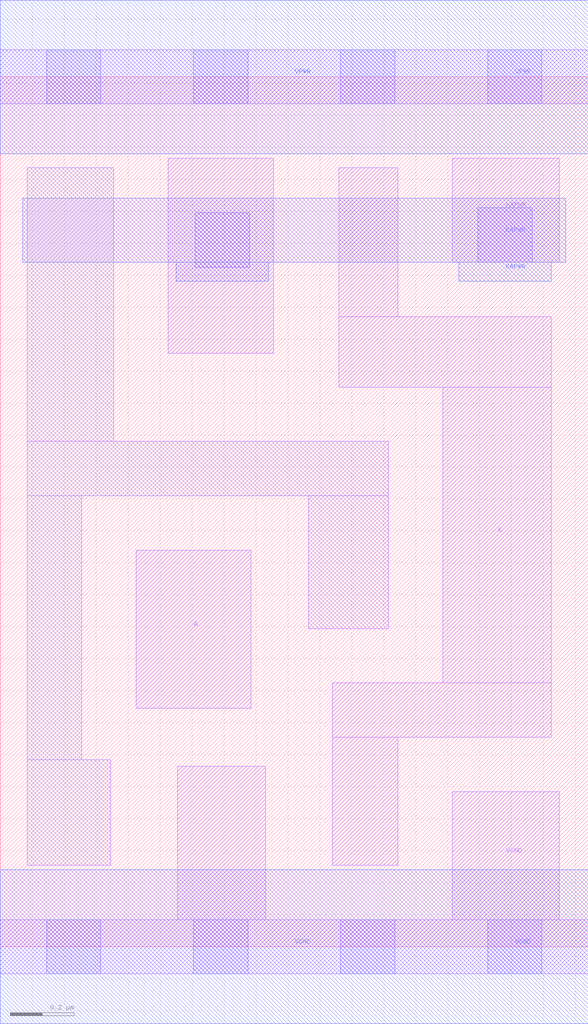
<source format=lef>
# Copyright 2020 The SkyWater PDK Authors
#
# Licensed under the Apache License, Version 2.0 (the "License");
# you may not use this file except in compliance with the License.
# You may obtain a copy of the License at
#
#     https://www.apache.org/licenses/LICENSE-2.0
#
# Unless required by applicable law or agreed to in writing, software
# distributed under the License is distributed on an "AS IS" BASIS,
# WITHOUT WARRANTIES OR CONDITIONS OF ANY KIND, either express or implied.
# See the License for the specific language governing permissions and
# limitations under the License.
#
# SPDX-License-Identifier: Apache-2.0

VERSION 5.7 ;
  NAMESCASESENSITIVE ON ;
  NOWIREEXTENSIONATPIN ON ;
  DIVIDERCHAR "/" ;
  BUSBITCHARS "[]" ;
UNITS
  DATABASE MICRONS 200 ;
END UNITS
MACRO sky130_fd_sc_hd__lpflow_clkbufkapwr_2
  CLASS CORE ;
  SOURCE USER ;
  FOREIGN sky130_fd_sc_hd__lpflow_clkbufkapwr_2 ;
  ORIGIN  0.000000  0.000000 ;
  SIZE  1.840000 BY  2.720000 ;
  SYMMETRY X Y R90 ;
  SITE unithd ;
  PIN A
    ANTENNAGATEAREA  0.213000 ;
    DIRECTION INPUT ;
    USE SIGNAL ;
    PORT
      LAYER li1 ;
        RECT 0.425000 0.745000 0.785000 1.240000 ;
    END
  END A
  PIN X
    ANTENNADIFFAREA  0.383400 ;
    DIRECTION OUTPUT ;
    USE SIGNAL ;
    PORT
      LAYER li1 ;
        RECT 1.040000 0.255000 1.245000 0.655000 ;
        RECT 1.040000 0.655000 1.725000 0.825000 ;
        RECT 1.060000 1.750000 1.725000 1.970000 ;
        RECT 1.060000 1.970000 1.245000 2.435000 ;
        RECT 1.385000 0.825000 1.725000 1.750000 ;
    END
  END X
  PIN KAPWR
    DIRECTION INOUT ;
    SHAPE ABUTMENT ;
    USE POWER ;
    PORT
      LAYER li1 ;
        RECT 0.525000 1.855000 0.855000 2.465000 ;
        RECT 1.415000 2.140000 1.750000 2.465000 ;
      LAYER mcon ;
        RECT 0.610000 2.125000 0.780000 2.295000 ;
        RECT 1.495000 2.140000 1.665000 2.310000 ;
      LAYER met1 ;
        RECT 0.070000 2.140000 1.770000 2.340000 ;
        RECT 0.550000 2.080000 0.840000 2.140000 ;
        RECT 1.435000 2.080000 1.725000 2.140000 ;
    END
  END KAPWR
  PIN VGND
    DIRECTION INOUT ;
    SHAPE ABUTMENT ;
    USE GROUND ;
    PORT
      LAYER li1 ;
        RECT 0.000000 -0.085000 1.840000 0.085000 ;
        RECT 0.555000  0.085000 0.830000 0.565000 ;
        RECT 1.415000  0.085000 1.750000 0.485000 ;
      LAYER mcon ;
        RECT 0.145000 -0.085000 0.315000 0.085000 ;
        RECT 0.605000 -0.085000 0.775000 0.085000 ;
        RECT 1.065000 -0.085000 1.235000 0.085000 ;
        RECT 1.525000 -0.085000 1.695000 0.085000 ;
      LAYER met1 ;
        RECT 0.000000 -0.240000 1.840000 0.240000 ;
    END
  END VGND
  PIN VPWR
    DIRECTION INOUT ;
    SHAPE ABUTMENT ;
    USE POWER ;
    PORT
      LAYER li1 ;
        RECT 0.000000 2.635000 1.840000 2.805000 ;
      LAYER mcon ;
        RECT 0.145000 2.635000 0.315000 2.805000 ;
        RECT 0.605000 2.635000 0.775000 2.805000 ;
        RECT 1.065000 2.635000 1.235000 2.805000 ;
        RECT 1.525000 2.635000 1.695000 2.805000 ;
      LAYER met1 ;
        RECT 0.000000 2.480000 1.840000 2.960000 ;
    END
  END VPWR
  OBS
    LAYER li1 ;
      RECT 0.085000 0.255000 0.345000 0.585000 ;
      RECT 0.085000 0.585000 0.255000 1.410000 ;
      RECT 0.085000 1.410000 1.215000 1.580000 ;
      RECT 0.085000 1.580000 0.355000 2.435000 ;
      RECT 0.965000 0.995000 1.215000 1.410000 ;
  END
END sky130_fd_sc_hd__lpflow_clkbufkapwr_2

</source>
